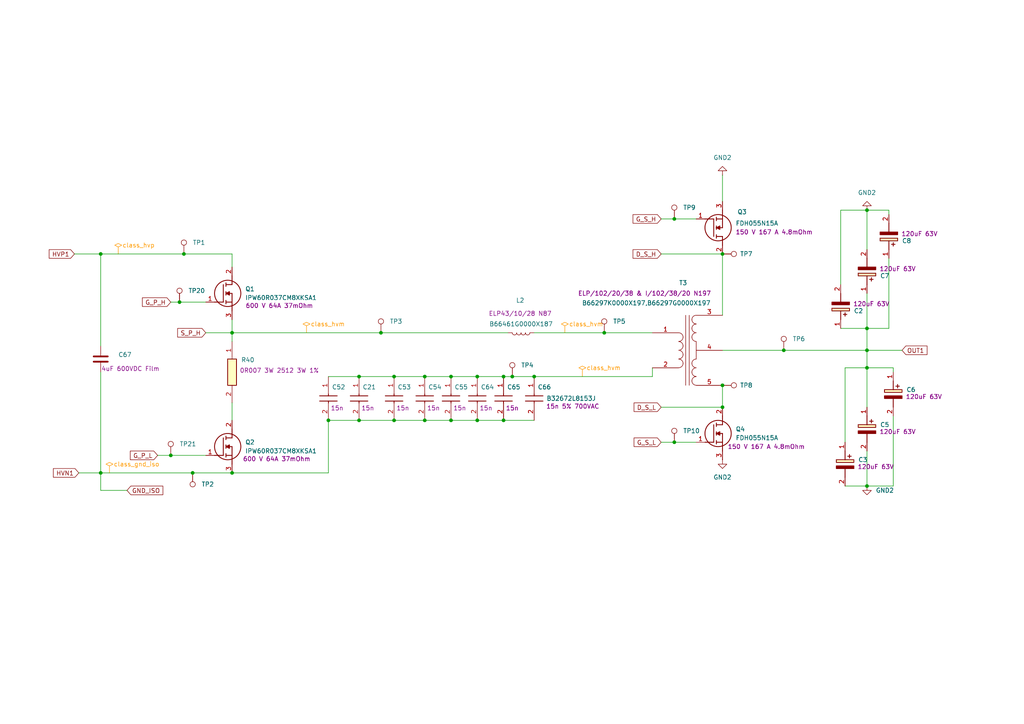
<source format=kicad_sch>
(kicad_sch (version 20250114) (generator "eeschema") (generator_version "9.0")
  (paper "A4")
  (lib_symbols
    (symbol "B32672L8153J:B32672L8153J" (pin_names (hide yes))
      (property "Reference" "C" (at 8.89 6.35 0))
      (property "Value" "B32672L8153J" (at 8.89 3.81 0))
      (symbol "B32672L8153J_1_1"
        (polyline (pts (xy 5.08 0) (xy 5.588 0)) (stroke (width 0.254)))
        (polyline (pts (xy 5.588 2.54) (xy 5.588 -2.54)) (stroke (width 0.254)))
        (polyline (pts (xy 7.112 2.54) (xy 7.112 -2.54)) (stroke (width 0.254)))
        (polyline (pts (xy 7.112 0) (xy 7.62 0)) (stroke (width 0.254)))
        (pin passive line (at 0 0 0) (length 5.08) (name "1") (number "1"))
        (pin passive line (at 12.7 0 180) (length 5.08) (name "2") (number "2"))
      )
    )
    (symbol "B40910A8127M000:B40910A8127M000" (pin_names (hide yes))
      (property "Reference" "C" (at 8.89 6.35 0))
      (property "Value" "B40910A8127M000" (at 8.89 3.81 0))
      (symbol "B40910A8127M000_1_1"
        (polyline (pts (xy 2.54 0) (xy 5.08 0)) (stroke (width 0.254)))
        (polyline (pts (xy 4.064 1.778) (xy 4.064 0.762)) (stroke (width 0.254)))
        (polyline (pts (xy 4.572 1.27) (xy 3.556 1.27)) (stroke (width 0.254)))
        (rectangle (start 5.08 2.54) (end 5.842 -2.54) (stroke (width 0.254)) (fill (type background)))
        (polyline (pts (xy 7.62 2.54) (xy 7.62 -2.54) (xy 6.858 -2.54) (xy 6.858 2.54) (xy 7.62 2.54)) (stroke (width 0.254)) (fill (type outline)))
        (polyline (pts (xy 7.62 0) (xy 10.16 0)) (stroke (width 0.254)))
        (pin passive line (at 0 0 0) (length 2.54) (name "+") (number "1"))
        (pin passive line (at 12.7 0 180) (length 2.54) (name "-") (number "2"))
      )
    )
    (symbol "Connector:TestPoint" (pin_numbers (hide yes)) (pin_names (offset 0.762) (hide yes))
      (property "Reference" "TP" (at 0 6.858 0))
      (property "Value" "TestPoint" (at 0 5.08 0))
      (symbol "TestPoint_0_1"
        (circle (center 0 3.302) (radius 0.762))
      )
      (symbol "TestPoint_1_1"
        (pin passive line (at 0 0 90) (length 2.54) (name "1") (number "1"))
      )
    )
    (symbol "Device:C" (pin_numbers (hide yes)) (pin_names (offset 0.254))
      (property "Reference" "C" (at 0.635 2.54 0))
      (property "Value" "C" (at 0.635 -2.54 0))
      (symbol "C_0_1"
        (polyline (pts (xy -2.032 0.762) (xy 2.032 0.762)) (stroke (width 0.508)))
        (polyline (pts (xy -2.032 -0.762) (xy 2.032 -0.762)) (stroke (width 0.508)))
      )
      (symbol "C_1_1"
        (pin passive line (at 0 3.81 270) (length 2.794) (name "~") (number "1"))
        (pin passive line (at 0 -3.81 90) (length 2.794) (name "~") (number "2"))
      )
    )
    (symbol "Device:L" (pin_numbers (hide yes)) (pin_names (offset 1.016) (hide yes))
      (property "Reference" "L" (at -1.27 0 90))
      (property "Value" "L" (at 1.905 0 90))
      (symbol "L_0_1"
        (arc (start 0 2.54) (mid 0.6323 1.905) (end 0 1.27))
        (arc (start 0 1.27) (mid 0.6323 0.635) (end 0 0))
        (arc (start 0 0) (mid 0.6323 -0.635) (end 0 -1.27))
        (arc (start 0 -1.27) (mid 0.6323 -1.905) (end 0 -2.54))
      )
      (symbol "L_1_1"
        (pin passive line (at 0 3.81 270) (length 1.27) (name "1") (number "1"))
        (pin passive line (at 0 -3.81 90) (length 1.27) (name "2") (number "2"))
      )
    )
    (symbol "FDH055N15A:FDH055N15A" (pin_names (hide yes))
      (property "Reference" "Q" (at 11.43 3.81 0))
      (property "Value" "FDH055N15A" (at 11.43 1.27 0))
      (symbol "FDH055N15A_1_1"
        (polyline (pts (xy 2.54 0) (xy 5.08 0)) (stroke (width 0.254)))
        (polyline (pts (xy 5.08 5.08) (xy 5.08 0)) (stroke (width 0.254)))
        (polyline (pts (xy 5.842 5.588) (xy 5.842 4.572)) (stroke (width 0.254)))
        (polyline (pts (xy 5.842 2.54) (xy 6.858 3.048) (xy 6.858 2.032) (xy 5.842 2.54)) (stroke (width 0.254)) (fill (type outline)))
        (polyline (pts (xy 5.842 2.032) (xy 5.842 3.048)) (stroke (width 0.254)))
        (polyline (pts (xy 5.842 0) (xy 7.62 0)) (stroke (width 0.254)))
        (polyline (pts (xy 5.842 -0.508) (xy 5.842 0.508)) (stroke (width 0.254)))
        (circle (center 6.35 2.54) (radius 3.81) (stroke (width 0.254)))
        (polyline (pts (xy 7.62 5.08) (xy 5.842 5.08)) (stroke (width 0.254)))
        (polyline (pts (xy 7.62 5.08) (xy 7.62 7.62)) (stroke (width 0.254)))
        (polyline (pts (xy 7.62 2.54) (xy 5.842 2.54)) (stroke (width 0.254)))
        (polyline (pts (xy 7.62 2.54) (xy 7.62 -2.54)) (stroke (width 0.254)))
        (pin passive line (at 0 0 0) (length 2.54) (name "G") (number "1"))
        (pin passive line (at 7.62 10.16 270) (length 2.54) (name "D") (number "2"))
        (pin passive line (at 7.62 -5.08 90) (length 2.54) (name "S") (number "3"))
      )
    )
    (symbol "IPW60R037CM8XKSA1:IPW60R037CM8XKSA1" (pin_names (hide yes))
      (property "Reference" "Q" (at 11.43 3.81 0))
      (property "Value" "IPW60R037CM8XKSA1" (at 11.43 1.27 0))
      (symbol "IPW60R037CM8XKSA1_1_1"
        (polyline (pts (xy 2.54 0) (xy 5.08 0)) (stroke (width 0.254)))
        (polyline (pts (xy 5.08 5.08) (xy 5.08 0)) (stroke (width 0.254)))
        (polyline (pts (xy 5.842 5.588) (xy 5.842 4.572)) (stroke (width 0.254)))
        (polyline (pts (xy 5.842 2.54) (xy 6.858 3.048) (xy 6.858 2.032) (xy 5.842 2.54)) (stroke (width 0.254)) (fill (type outline)))
        (polyline (pts (xy 5.842 2.032) (xy 5.842 3.048)) (stroke (width 0.254)))
        (polyline (pts (xy 5.842 0) (xy 7.62 0)) (stroke (width 0.254)))
        (polyline (pts (xy 5.842 -0.508) (xy 5.842 0.508)) (stroke (width 0.254)))
        (circle (center 6.35 2.54) (radius 3.81) (stroke (width 0.254)))
        (polyline (pts (xy 7.62 5.08) (xy 5.842 5.08)) (stroke (width 0.254)))
        (polyline (pts (xy 7.62 5.08) (xy 7.62 7.62)) (stroke (width 0.254)))
        (polyline (pts (xy 7.62 2.54) (xy 5.842 2.54)) (stroke (width 0.254)))
        (polyline (pts (xy 7.62 2.54) (xy 7.62 -2.54)) (stroke (width 0.254)))
        (pin passive line (at 0 0 0) (length 2.54) (name "G") (number "1"))
        (pin passive line (at 7.62 10.16 270) (length 2.54) (name "D") (number "2"))
        (pin passive line (at 7.62 -5.08 90) (length 2.54) (name "S") (number "3"))
      )
    )
    (symbol "LRMAP2512-R007FT4:LRMAP2512-R007FT4" (pin_names (hide yes))
      (property "Reference" "R" (at 13.97 6.35 0))
      (property "Value" "LRMAP2512-R007FT4" (at 13.97 3.81 0))
      (symbol "LRMAP2512-R007FT4_1_1"
        (rectangle (start 5.08 1.27) (end 12.7 -1.27) (stroke (width 0.254)) (fill (type background)))
        (pin passive line (at 0 0 0) (length 5.08) (name "1") (number "1"))
        (pin passive line (at 17.78 0 180) (length 5.08) (name "2") (number "2"))
      )
    )
    (symbol "New_Library:Transformer_LLC" (pin_names (offset 1.016) (hide yes))
      (property "Reference" "T" (at 0 12.7 0))
      (property "Value" "Transformer_LLC" (at 0 -12.7 0))
      (symbol "Transformer_LLC_0_1"
        (arc (start -1.27 3.81) (mid -1.656 2.9336) (end -2.54 2.5654))
        (arc (start -1.27 1.27) (mid -1.656 0.3936) (end -2.54 0.0254))
        (arc (start -1.27 -1.27) (mid -1.656 -2.1464) (end -2.54 -2.5146))
        (arc (start -1.27 -3.81) (mid -1.656 -4.6864) (end -2.54 -5.0546))
        (arc (start -2.54 5.08) (mid -1.642 4.708) (end -1.27 3.81))
        (arc (start -2.54 2.54) (mid -1.642 2.168) (end -1.27 1.27))
        (arc (start -2.54 0) (mid -1.642 -0.372) (end -1.27 -1.27))
        (arc (start -2.54 -2.54) (mid -1.642 -2.912) (end -1.27 -3.81))
        (polyline (pts (xy -0.508 -10.16) (xy -0.508 10.16)))
        (polyline (pts (xy 0.508 10.16) (xy 0.508 -10.16)))
        (arc (start 1.2954 8.89) (mid 1.6457 9.7917) (end 2.54 10.16))
        (arc (start 1.2954 6.35) (mid 1.6457 7.2517) (end 2.54 7.62))
        (arc (start 1.2954 3.81) (mid 1.6457 4.7117) (end 2.54 5.08))
        (arc (start 1.2954 -3.81) (mid 1.6457 -2.9083) (end 2.54 -2.54))
        (arc (start 1.2954 -6.35) (mid 1.6457 -5.4483) (end 2.54 -5.08))
        (arc (start 1.2954 -8.89) (mid 1.6457 -7.9883) (end 2.54 -7.62))
        (arc (start 2.54 7.6454) (mid 1.6599 8.0099) (end 1.2954 8.89))
        (arc (start 2.54 5.1054) (mid 1.6599 5.4699) (end 1.2954 6.35))
        (arc (start 2.54 2.5654) (mid 1.6599 2.9299) (end 1.2954 3.81))
        (polyline (pts (xy 2.54 2.54) (xy 2.54 -2.54)))
        (arc (start 2.54 -5.0546) (mid 1.6599 -4.6901) (end 1.2954 -3.81))
        (arc (start 2.54 -7.5946) (mid 1.6599 -7.2301) (end 1.2954 -6.35))
        (arc (start 2.54 -10.1346) (mid 1.6599 -9.7701) (end 1.2954 -8.89))
      )
      (symbol "Transformer_LLC_1_1"
        (pin passive line (at -10.16 5.08 0) (length 7.62) (name "AA") (number "1"))
        (pin passive line (at -10.16 -5.08 0) (length 7.62) (name "AB") (number "2"))
        (pin passive line (at 10.16 10.16 180) (length 7.62) (name "SA") (number "3"))
        (pin passive line (at 10.16 0 180) (length 7.62) (name "SC") (number "4"))
        (pin passive line (at 10.16 -10.16 180) (length 7.62) (name "SD") (number "5"))
      )
    )
    (symbol "power:GND2" (power) (pin_numbers (hide yes)) (pin_names (offset 0) (hide yes))
      (property "Value" "GND2" (at 0 -3.81 0))
      (symbol "GND2_0_1"
        (polyline (pts (xy 0 0) (xy 0 -1.27) (xy 1.27 -1.27) (xy 0 -2.54) (xy -1.27 -1.27) (xy 0 -1.27)))
      )
      (symbol "GND2_1_1"
        (pin power_in line (at 0 0 270) (length 0) (name "~") (number "1"))
      )
    )
  )
  (junction (at 209.55 73.66))
  (junction (at 251.46 106.68))
  (junction (at 227.33 101.6))
  (junction (at 52.07 87.63))
  (junction (at 29.21 137.16))
  (junction (at 146.05 121.92))
  (junction (at 110.49 96.52))
  (junction (at 209.55 118.11))
  (junction (at 251.46 140.97))
  (junction (at 148.59 109.22))
  (junction (at 138.43 121.92))
  (junction (at 29.21 73.66))
  (junction (at 138.43 109.22))
  (junction (at 49.53 132.08))
  (junction (at 154.94 109.22))
  (junction (at 195.58 128.27))
  (junction (at 123.19 121.92))
  (junction (at 130.81 121.92))
  (junction (at 114.3 121.92))
  (junction (at 251.46 101.6))
  (junction (at 146.05 109.22))
  (junction (at 53.34 73.66))
  (junction (at 104.14 109.22))
  (junction (at 251.46 95.25))
  (junction (at 175.26 96.52))
  (junction (at 95.25 121.92))
  (junction (at 130.81 109.22))
  (junction (at 251.46 60.96))
  (junction (at 104.14 121.92))
  (junction (at 55.88 137.16))
  (junction (at 67.31 96.52))
  (junction (at 114.3 109.22))
  (junction (at 67.31 137.16))
  (junction (at 195.58 63.5))
  (junction (at 209.55 111.76))
  (junction (at 123.19 109.22))
  (wire (pts (xy 191.77 63.5) (xy 195.58 63.5)))
  (wire (pts (xy 29.21 73.66) (xy 29.21 100.33)))
  (wire (pts (xy 209.55 50.8) (xy 209.55 58.42)))
  (wire (pts (xy 251.46 140.97) (xy 245.11 140.97)))
  (wire (pts (xy 191.77 73.66) (xy 209.55 73.66)))
  (wire (pts (xy 130.81 109.22) (xy 138.43 109.22)))
  (wire (pts (xy 195.58 128.27) (xy 201.93 128.27)))
  (wire (pts (xy 67.31 73.66) (xy 53.34 73.66)))
  (wire (pts (xy 67.31 96.52) (xy 110.49 96.52)))
  (wire (pts (xy 104.14 121.92) (xy 114.3 121.92)))
  (wire (pts (xy 148.59 109.22) (xy 154.94 109.22)))
  (wire (pts (xy 245.11 106.68) (xy 245.11 128.27)))
  (wire (pts (xy 95.25 137.16) (xy 67.31 137.16)))
  (wire (pts (xy 114.3 109.22) (xy 123.19 109.22)))
  (wire (pts (xy 59.69 96.52) (xy 67.31 96.52)))
  (wire (pts (xy 257.81 95.25) (xy 251.46 95.25)))
  (wire (pts (xy 104.14 109.22) (xy 114.3 109.22)))
  (wire (pts (xy 52.07 87.63) (xy 59.69 87.63)))
  (wire (pts (xy 251.46 101.6) (xy 261.62 101.6)))
  (wire (pts (xy 251.46 85.09) (xy 251.46 95.25)))
  (wire (pts (xy 45.72 132.08) (xy 49.53 132.08)))
  (wire (pts (xy 154.94 96.52) (xy 175.26 96.52)))
  (wire (pts (xy 191.77 128.27) (xy 195.58 128.27)))
  (wire (pts (xy 259.08 106.68) (xy 259.08 107.95)))
  (wire (pts (xy 123.19 121.92) (xy 130.81 121.92)))
  (wire (pts (xy 114.3 121.92) (xy 123.19 121.92)))
  (wire (pts (xy 175.26 96.52) (xy 189.23 96.52)))
  (wire (pts (xy 257.81 74.93) (xy 257.81 95.25)))
  (wire (pts (xy 95.25 109.22) (xy 104.14 109.22)))
  (wire (pts (xy 29.21 107.95) (xy 29.21 137.16)))
  (wire (pts (xy 251.46 130.81) (xy 251.46 140.97)))
  (wire (pts (xy 195.58 63.5) (xy 201.93 63.5)))
  (wire (pts (xy 29.21 142.24) (xy 36.83 142.24)))
  (wire (pts (xy 227.33 101.6) (xy 251.46 101.6)))
  (wire (pts (xy 154.94 109.22) (xy 189.23 109.22)))
  (wire (pts (xy 251.46 101.6) (xy 251.46 106.68)))
  (wire (pts (xy 251.46 95.25) (xy 251.46 101.6)))
  (wire (pts (xy 67.31 73.66) (xy 67.31 77.47)))
  (wire (pts (xy 67.31 92.71) (xy 67.31 96.52)))
  (wire (pts (xy 29.21 137.16) (xy 55.88 137.16)))
  (wire (pts (xy 259.08 140.97) (xy 251.46 140.97)))
  (wire (pts (xy 22.86 137.16) (xy 29.21 137.16)))
  (wire (pts (xy 189.23 109.22) (xy 189.23 106.68)))
  (wire (pts (xy 138.43 121.92) (xy 146.05 121.92)))
  (wire (pts (xy 49.53 87.63) (xy 52.07 87.63)))
  (wire (pts (xy 191.77 118.11) (xy 209.55 118.11)))
  (wire (pts (xy 29.21 73.66) (xy 53.34 73.66)))
  (wire (pts (xy 146.05 121.92) (xy 154.94 121.92)))
  (wire (pts (xy 257.81 60.96) (xy 251.46 60.96)))
  (wire (pts (xy 67.31 116.84) (xy 67.31 121.92)))
  (wire (pts (xy 251.46 60.96) (xy 243.84 60.96)))
  (wire (pts (xy 243.84 60.96) (xy 243.84 82.55)))
  (wire (pts (xy 251.46 106.68) (xy 251.46 118.11)))
  (wire (pts (xy 251.46 95.25) (xy 243.84 95.25)))
  (wire (pts (xy 49.53 132.08) (xy 59.69 132.08)))
  (wire (pts (xy 29.21 137.16) (xy 29.21 142.24)))
  (wire (pts (xy 257.81 60.96) (xy 257.81 62.23)))
  (wire (pts (xy 21.59 73.66) (xy 29.21 73.66)))
  (wire (pts (xy 95.25 121.92) (xy 95.25 137.16)))
  (wire (pts (xy 110.49 96.52) (xy 147.32 96.52)))
  (wire (pts (xy 209.55 73.66) (xy 209.55 91.44)))
  (wire (pts (xy 259.08 120.65) (xy 259.08 140.97)))
  (wire (pts (xy 251.46 106.68) (xy 245.11 106.68)))
  (wire (pts (xy 55.88 137.16) (xy 67.31 137.16)))
  (wire (pts (xy 251.46 60.96) (xy 251.46 72.39)))
  (wire (pts (xy 209.55 101.6) (xy 227.33 101.6)))
  (wire (pts (xy 95.25 121.92) (xy 104.14 121.92)))
  (wire (pts (xy 146.05 109.22) (xy 148.59 109.22)))
  (wire (pts (xy 209.55 111.76) (xy 209.55 118.11)))
  (wire (pts (xy 123.19 109.22) (xy 130.81 109.22)))
  (wire (pts (xy 259.08 106.68) (xy 251.46 106.68)))
  (wire (pts (xy 67.31 96.52) (xy 67.31 99.06)))
  (wire (pts (xy 130.81 121.92) (xy 138.43 121.92)))
  (wire (pts (xy 138.43 109.22) (xy 146.05 109.22)))
  (global_label "D_S_L" (shape input) (at 191.77 118.11 180) (property "Intersheetrefs" "${INTERSHEET_REFS}" (effects (hide yes))))
  (global_label "G_S_H" (shape input) (at 191.77 63.5 180) (property "Intersheetrefs" "${INTERSHEET_REFS}" (effects (hide yes))))
  (global_label "G_P_H" (shape input) (at 49.53 87.63 180) (property "Intersheetrefs" "${INTERSHEET_REFS}" (effects (hide yes))))
  (global_label "G_P_L" (shape input) (at 45.72 132.08 180) (property "Intersheetrefs" "${INTERSHEET_REFS}" (effects (hide yes))))
  (global_label "HVN1" (shape input) (at 22.86 137.16 180) (property "Intersheetrefs" "${INTERSHEET_REFS}" (effects (hide yes))))
  (global_label "D_S_H" (shape input) (at 191.77 73.66 180) (property "Intersheetrefs" "${INTERSHEET_REFS}" (effects (hide yes))))
  (global_label "G_S_L" (shape input) (at 191.77 128.27 180) (property "Intersheetrefs" "${INTERSHEET_REFS}" (effects (hide yes))))
  (global_label "GND_ISO" (shape input) (at 36.83 142.24 0) (property "Intersheetrefs" "${INTERSHEET_REFS}" (effects (hide yes))))
  (global_label "OUT1" (shape input) (at 261.62 101.6 0) (property "Intersheetrefs" "${INTERSHEET_REFS}" (effects (hide yes))))
  (global_label "HVP1" (shape input) (at 21.59 73.66 180) (property "Intersheetrefs" "${INTERSHEET_REFS}" (effects (hide yes))))
  (global_label "S_P_H" (shape input) (at 59.69 96.52 180) (property "Intersheetrefs" "${INTERSHEET_REFS}" (effects (hide yes))))
  (netclass_flag "" (length 2.54) (shape diamond) (at 34.29 73.66 0) (property "Netclass" "class_hvp" (at 35.4965 71.12 0) (effects (justify left))))
  (netclass_flag "" (length 2.54) (shape diamond) (at 31.75 137.16 0) (property "Netclass" "class_gnd_iso" (at 32.9565 134.62 0) (effects (justify left))))
  (netclass_flag "" (length 2.54) (shape diamond) (at 163.83 96.52 0) (property "Netclass" "class_hvm" (at 165.0365 93.98 0) (effects (justify left))))
  (netclass_flag "" (length 2.54) (shape diamond) (at 88.9 96.52 0) (property "Netclass" "class_hvm" (at 90.1065 93.98 0) (effects (justify left))))
  (netclass_flag "" (length 2.54) (shape diamond) (at 168.91 109.22 0) (property "Netclass" "class_hvm" (at 170.1165 106.68 0) (effects (justify left))))
  (symbol (lib_id "B40910A8127M000:B40910A8127M000") (at 243.84 95.25 270) (mirror x) (unit 1)
    (property "Reference" "C2" (at 247.65 90.1701 90) (effects (justify left)))
    (property "Value" "B40910A8127M000" (effects (hide yes)))
    (property "Footprint" "B40910A8127M000:B40910A8127M000" (effects (hide yes)))
    (property "Datasheet" "https://product.tdk.com/system/files/dam/doc/product/capacitor/aluminum-electrolytic/hybrid-polymer/data_sheet/20/30/db/aec/b40910.pdf" (effects (hide yes)))
    (property "Description" "120uF 63V" (at 252.73 88.138 90))
    (property "Height" "12.8" (effects (hide yes)))
    (property "Mouser Part Number" "871-B40910A8127M000" (effects (hide yes)))
    (property "Manufacturer_Name" "TDK" (effects (hide yes)))
    (property "Manufacturer_Part_Number" "B40910A8127M000" (effects (hide yes)))
    (property "FirstOrderDone" "yes" (effects (hide yes)))
  )
  (symbol (lib_id "B32672L8153J:B32672L8153J") (at 123.19 109.22 270) (unit 1)
    (property "Reference" "C54" (at 124.206 112.268 90) (effects (justify left)))
    (property "Value" "B32672L8153J" (effects (hide yes)))
    (property "Footprint" "B32672L8153J000:CAPRR1500W80L1800T850H1450" (effects (hide yes)))
    (property "Datasheet" "https://product.tdk.com/system/files/dam/doc/product/capacitor/film/mkp_mfp/data_sheet/20/20/db/fc_2009/mkp_b32671l_672l.pdf" (effects (hide yes)))
    (property "Description" "15n 5% 700VAC" (effects (hide yes)))
    (property "Height" "14.5" (effects (hide yes)))
    (property "Mouser Part Number" "871-B32672L8153J" (effects (hide yes)))
    (property "Mouser Price/Stock" "https://www.mouser.co.uk/ProductDetail/EPCOS-TDK/B32672L8153J?qs=CsdphVCLJRjPN7YH24ATpg%3D%3D" (effects (hide yes)))
    (property "Manufacturer_Name" "TDK" (effects (hide yes)))
    (property "Manufacturer_Part_Number" "B32672L8153J" (effects (hide yes)))
    (property "FirstOrderDone" "yes" (effects (hide yes)))
    (property "Field11" "15n" (at 125.73 118.364 90))
  )
  (symbol (lib_id "power:GND2") (at 209.55 133.35 0) (unit 1)
    (property "Reference" "#PWR010" (effects (hide yes)))
    (property "Value" "GND2" (at 209.55 138.43 0))
    (property "Description" "Power symbol creates a global label with name \"GND2\" , ground" (effects (hide yes)))
  )
  (symbol (lib_id "B40910A8127M000:B40910A8127M000") (at 259.08 107.95 270) (unit 1)
    (property "Reference" "C6" (at 262.89 113.0299 90) (effects (justify left)))
    (property "Value" "B40910A8127M000" (effects (hide yes)))
    (property "Footprint" "B40910A8127M000:B40910A8127M000" (effects (hide yes)))
    (property "Datasheet" "https://product.tdk.com/system/files/dam/doc/product/capacitor/aluminum-electrolytic/hybrid-polymer/data_sheet/20/30/db/aec/b40910.pdf" (effects (hide yes)))
    (property "Description" "120uF 63V" (at 267.97 115.062 90))
    (property "Height" "12.8" (effects (hide yes)))
    (property "Mouser Part Number" "871-B40910A8127M000" (effects (hide yes)))
    (property "Manufacturer_Name" "TDK" (effects (hide yes)))
    (property "Manufacturer_Part_Number" "B40910A8127M000" (effects (hide yes)))
    (property "FirstOrderDone" "yes" (effects (hide yes)))
  )
  (symbol (lib_id "Connector:TestPoint") (at 195.58 128.27 0) (unit 1)
    (property "Reference" "TP10" (at 198.12 124.9679 0) (effects (justify left)))
    (property "Value" "TestPoint" (effects (hide yes)))
    (property "Footprint" "TestPoint:TestPoint_Pad_D1.0mm" (effects (hide yes)))
    (property "Description" "test point" (effects (hide yes)))
  )
  (symbol (lib_id "Connector:TestPoint") (at 209.55 111.76 270) (unit 1)
    (property "Reference" "TP8" (at 214.63 111.7599 90) (effects (justify left)))
    (property "Value" "TestPoint" (effects (hide yes)))
    (property "Footprint" "TestPoint:TestPoint_Pad_D1.0mm" (effects (hide yes)))
    (property "Description" "test point" (effects (hide yes)))
  )
  (symbol (lib_id "Connector:TestPoint") (at 227.33 101.6 0) (unit 1)
    (property "Reference" "TP6" (at 229.87 98.2979 0) (effects (justify left)))
    (property "Value" "TestPoint" (effects (hide yes)))
    (property "Footprint" "TestPoint:TestPoint_Pad_D1.0mm" (effects (hide yes)))
    (property "Description" "test point" (effects (hide yes)))
  )
  (symbol (lib_id "Connector:TestPoint") (at 49.53 132.08 0) (unit 1)
    (property "Reference" "TP21" (at 52.07 128.7779 0) (effects (justify left)))
    (property "Value" "TestPoint" (effects (hide yes)))
    (property "Footprint" "TestPoint:TestPoint_Pad_D1.0mm" (effects (hide yes)))
    (property "Description" "test point" (effects (hide yes)))
  )
  (symbol (lib_id "Connector:TestPoint") (at 148.59 109.22 0) (unit 1)
    (property "Reference" "TP4" (at 151.13 105.9179 0) (effects (justify left)))
    (property "Value" "TestPoint" (effects (hide yes)))
    (property "Footprint" "TestPoint:TestPoint_Pad_D1.0mm" (effects (hide yes)))
    (property "Description" "test point" (effects (hide yes)))
  )
  (symbol (lib_id "B32672L8153J:B32672L8153J") (at 154.94 109.22 270) (unit 1)
    (property "Reference" "C66" (at 155.956 112.268 90) (effects (justify left)))
    (property "Value" "B32672L8153J" (at 158.496 115.57 90) (effects (justify left)))
    (property "Footprint" "B32672L8153J000:CAPRR1500W80L1800T850H1450" (effects (hide yes)))
    (property "Datasheet" "https://product.tdk.com/system/files/dam/doc/product/capacitor/film/mkp_mfp/data_sheet/20/20/db/fc_2009/mkp_b32671l_672l.pdf" (effects (hide yes)))
    (property "Description" "15n 5% 700VAC" (at 166.116 117.856 90))
    (property "Height" "14.5" (effects (hide yes)))
    (property "Mouser Part Number" "871-B32672L8153J" (effects (hide yes)))
    (property "Mouser Price/Stock" "https://www.mouser.co.uk/ProductDetail/EPCOS-TDK/B32672L8153J?qs=CsdphVCLJRjPN7YH24ATpg%3D%3D" (effects (hide yes)))
    (property "Manufacturer_Name" "TDK" (effects (hide yes)))
    (property "Manufacturer_Part_Number" "B32672L8153J" (effects (hide yes)))
    (property "FirstOrderDone" "yes" (effects (hide yes)))
    (property "Field11" "15n" (effects (hide yes)))
  )
  (symbol (lib_id "LRMAP2512-R007FT4:LRMAP2512-R007FT4") (at 67.31 99.06 270) (unit 1)
    (property "Reference" "R40" (at 71.882 104.394 90))
    (property "Value" "LRMAP2512-R007FT4" (effects (hide yes)))
    (property "Footprint" "LRMAP2512-R007FT4:RESC6432X90N" (effects (hide yes)))
    (property "Datasheet" "https://ms.componentsearchengine.com/Datasheets/1/LRMAP2512-R007FT4.pdf" (effects (hide yes)))
    (property "Description" "0R007 3W 2512 3W 1%" (at 81.026 107.442 90))
    (property "Height" "0.9" (effects (hide yes)))
    (property "Mouser Part Number" "756-LRMAP2512R007FT4" (effects (hide yes)))
    (property "Mouser Price/Stock" "https://www.mouser.co.uk/ProductDetail/Welwyn-Components-TT-Electronics/LRMAP2512-R007FT4?qs=GbEj%2Fc2lfndAsEUYgCINUQ%3D%3D" (effects (hide yes)))
    (property "Manufacturer_Name" "TT Electronics" (effects (hide yes)))
    (property "Manufacturer_Part_Number" "LRMAP2512-R007FT4" (effects (hide yes)))
  )
  (symbol (lib_id "B32672L8153J:B32672L8153J") (at 130.81 109.22 270) (unit 1)
    (property "Reference" "C55" (at 131.826 112.268 90) (effects (justify left)))
    (property "Value" "B32672L8153J" (effects (hide yes)))
    (property "Footprint" "B32672L8153J000:CAPRR1500W80L1800T850H1450" (effects (hide yes)))
    (property "Datasheet" "https://product.tdk.com/system/files/dam/doc/product/capacitor/film/mkp_mfp/data_sheet/20/20/db/fc_2009/mkp_b32671l_672l.pdf" (effects (hide yes)))
    (property "Description" "15n 5% 700VAC" (effects (hide yes)))
    (property "Height" "14.5" (effects (hide yes)))
    (property "Mouser Part Number" "871-B32672L8153J" (effects (hide yes)))
    (property "Mouser Price/Stock" "https://www.mouser.co.uk/ProductDetail/EPCOS-TDK/B32672L8153J?qs=CsdphVCLJRjPN7YH24ATpg%3D%3D" (effects (hide yes)))
    (property "Manufacturer_Name" "TDK" (effects (hide yes)))
    (property "Manufacturer_Part_Number" "B32672L8153J" (effects (hide yes)))
    (property "FirstOrderDone" "yes" (effects (hide yes)))
    (property "Field11" "15n" (at 133.35 118.364 90))
  )
  (symbol (lib_id "B32672L8153J:B32672L8153J") (at 114.3 109.22 270) (unit 1)
    (property "Reference" "C53" (at 115.316 112.268 90) (effects (justify left)))
    (property "Value" "B32672L8153J" (effects (hide yes)))
    (property "Footprint" "B32672L8153J000:CAPRR1500W80L1800T850H1450" (effects (hide yes)))
    (property "Datasheet" "https://product.tdk.com/system/files/dam/doc/product/capacitor/film/mkp_mfp/data_sheet/20/20/db/fc_2009/mkp_b32671l_672l.pdf" (effects (hide yes)))
    (property "Description" "15n 5% 700VAC" (effects (hide yes)))
    (property "Height" "14.5" (effects (hide yes)))
    (property "Mouser Part Number" "871-B32672L8153J" (effects (hide yes)))
    (property "Mouser Price/Stock" "https://www.mouser.co.uk/ProductDetail/EPCOS-TDK/B32672L8153J?qs=CsdphVCLJRjPN7YH24ATpg%3D%3D" (effects (hide yes)))
    (property "Manufacturer_Name" "TDK" (effects (hide yes)))
    (property "Manufacturer_Part_Number" "B32672L8153J" (effects (hide yes)))
    (property "FirstOrderDone" "yes" (effects (hide yes)))
    (property "Field11" "15n" (at 116.84 118.364 90))
  )
  (symbol (lib_id "B32672L8153J:B32672L8153J") (at 146.05 109.22 270) (unit 1)
    (property "Reference" "C65" (at 147.066 112.268 90) (effects (justify left)))
    (property "Value" "B32672L8153J" (effects (hide yes)))
    (property "Footprint" "B32672L8153J000:CAPRR1500W80L1800T850H1450" (effects (hide yes)))
    (property "Datasheet" "https://product.tdk.com/system/files/dam/doc/product/capacitor/film/mkp_mfp/data_sheet/20/20/db/fc_2009/mkp_b32671l_672l.pdf" (effects (hide yes)))
    (property "Description" "15n 5% 700VAC" (effects (hide yes)))
    (property "Height" "14.5" (effects (hide yes)))
    (property "Mouser Part Number" "871-B32672L8153J" (effects (hide yes)))
    (property "Mouser Price/Stock" "https://www.mouser.co.uk/ProductDetail/EPCOS-TDK/B32672L8153J?qs=CsdphVCLJRjPN7YH24ATpg%3D%3D" (effects (hide yes)))
    (property "Manufacturer_Name" "TDK" (effects (hide yes)))
    (property "Manufacturer_Part_Number" "B32672L8153J" (effects (hide yes)))
    (property "FirstOrderDone" "yes" (effects (hide yes)))
    (property "Field11" "15n" (at 148.59 118.364 90))
  )
  (symbol (lib_id "New_Library:Transformer_LLC") (at 199.39 101.6 0) (unit 1)
    (property "Reference" "T3" (at 198.12 82.042 0))
    (property "Value" "B66297K0000X197,B66297G0000X197" (at 187.452 87.884 0))
    (property "Footprint" "New_Linrary:ELP_102_20_38_V6" (effects (hide yes)))
    (property "Datasheet" "https://www.tdk-electronics.tdk.com/inf/80/db/fer/elp_64_10_50.pdf" (effects (hide yes)))
    (property "Description" "ELP/102/20/38 & I/102/38/20 N197" (at 186.944 85.09 0))
    (property "Mouser Part Number" "871-B66297KX197,871-B66297GX197" (effects (hide yes)))
    (property "Manufacturer_Name  " "EPCOS / TDK" (effects (hide yes)))
    (property "Manufacturer_Part_Number " "B66297K0000X197,B66297G0000X197" (effects (hide yes)))
    (property "FirstOrderDone" "yes" (effects (hide yes)))
  )
  (symbol (lib_id "power:GND2") (at 251.46 60.96 180) (unit 1)
    (property "Reference" "#PWR049" (effects (hide yes)))
    (property "Value" "GND2" (at 251.46 55.88 0))
    (property "Description" "Power symbol creates a global label with name \"GND2\" , ground" (effects (hide yes)))
  )
  (symbol (lib_id "B32672L8153J:B32672L8153J") (at 95.25 109.22 270) (unit 1)
    (property "Reference" "C52" (at 96.266 112.268 90) (effects (justify left)))
    (property "Value" "B32672L8153J" (effects (hide yes)))
    (property "Footprint" "B32672L8153J000:CAPRR1500W80L1800T850H1450" (effects (hide yes)))
    (property "Datasheet" "https://product.tdk.com/system/files/dam/doc/product/capacitor/film/mkp_mfp/data_sheet/20/20/db/fc_2009/mkp_b32671l_672l.pdf" (effects (hide yes)))
    (property "Description" "15n 5% 700VAC" (effects (hide yes)))
    (property "Height" "14.5" (effects (hide yes)))
    (property "Mouser Part Number" "871-B32672L8153J" (effects (hide yes)))
    (property "Mouser Price/Stock" "https://www.mouser.co.uk/ProductDetail/EPCOS-TDK/B32672L8153J?qs=CsdphVCLJRjPN7YH24ATpg%3D%3D" (effects (hide yes)))
    (property "Manufacturer_Name" "TDK" (effects (hide yes)))
    (property "Manufacturer_Part_Number" "B32672L8153J" (effects (hide yes)))
    (property "FirstOrderDone" "yes" (effects (hide yes)))
    (property "Field11" "15n" (at 97.79 118.364 90))
  )
  (symbol (lib_id "B32672L8153J:B32672L8153J") (at 104.14 109.22 270) (unit 1)
    (property "Reference" "C21" (at 105.156 112.268 90) (effects (justify left)))
    (property "Value" "B32672L8153J" (effects (hide yes)))
    (property "Footprint" "B32672L8153J000:CAPRR1500W80L1800T850H1450" (effects (hide yes)))
    (property "Datasheet" "https://product.tdk.com/system/files/dam/doc/product/capacitor/film/mkp_mfp/data_sheet/20/20/db/fc_2009/mkp_b32671l_672l.pdf" (effects (hide yes)))
    (property "Description" "15n 5% 700VAC" (effects (hide yes)))
    (property "Height" "14.5" (effects (hide yes)))
    (property "Mouser Part Number" "871-B32672L8153J" (effects (hide yes)))
    (property "Mouser Price/Stock" "https://www.mouser.co.uk/ProductDetail/EPCOS-TDK/B32672L8153J?qs=CsdphVCLJRjPN7YH24ATpg%3D%3D" (effects (hide yes)))
    (property "Manufacturer_Name" "TDK" (effects (hide yes)))
    (property "Manufacturer_Part_Number" "B32672L8153J" (effects (hide yes)))
    (property "FirstOrderDone" "yes" (effects (hide yes)))
    (property "Field11" "15n" (at 106.68 118.364 90))
  )
  (symbol (lib_id "B32672L8153J:B32672L8153J") (at 138.43 109.22 270) (unit 1)
    (property "Reference" "C64" (at 139.446 112.268 90) (effects (justify left)))
    (property "Value" "B32672L8153J" (effects (hide yes)))
    (property "Footprint" "B32672L8153J000:CAPRR1500W80L1800T850H1450" (effects (hide yes)))
    (property "Datasheet" "https://product.tdk.com/system/files/dam/doc/product/capacitor/film/mkp_mfp/data_sheet/20/20/db/fc_2009/mkp_b32671l_672l.pdf" (effects (hide yes)))
    (property "Description" "15n 5% 700VAC" (effects (hide yes)))
    (property "Height" "14.5" (effects (hide yes)))
    (property "Mouser Part Number" "871-B32672L8153J" (effects (hide yes)))
    (property "Mouser Price/Stock" "https://www.mouser.co.uk/ProductDetail/EPCOS-TDK/B32672L8153J?qs=CsdphVCLJRjPN7YH24ATpg%3D%3D" (effects (hide yes)))
    (property "Manufacturer_Name" "TDK" (effects (hide yes)))
    (property "Manufacturer_Part_Number" "B32672L8153J" (effects (hide yes)))
    (property "FirstOrderDone" "yes" (effects (hide yes)))
    (property "Field11" "15n" (at 140.97 118.364 90))
  )
  (symbol (lib_id "B40910A8127M000:B40910A8127M000") (at 257.81 74.93 270) (mirror x) (unit 1)
    (property "Reference" "C8" (at 261.62 69.8501 90) (effects (justify left)))
    (property "Value" "B40910A8127M000" (effects (hide yes)))
    (property "Footprint" "B40910A8127M000:B40910A8127M000" (effects (hide yes)))
    (property "Datasheet" "https://product.tdk.com/system/files/dam/doc/product/capacitor/aluminum-electrolytic/hybrid-polymer/data_sheet/20/30/db/aec/b40910.pdf" (effects (hide yes)))
    (property "Description" "120uF 63V" (at 266.7 67.818 90))
    (property "Height" "12.8" (effects (hide yes)))
    (property "Mouser Part Number" "871-B40910A8127M000" (effects (hide yes)))
    (property "Manufacturer_Name" "TDK" (effects (hide yes)))
    (property "Manufacturer_Part_Number" "B40910A8127M000" (effects (hide yes)))
    (property "FirstOrderDone" "yes" (effects (hide yes)))
  )
  (symbol (lib_id "FDH055N15A:FDH055N15A") (at 201.93 63.5 0) (mirror x) (unit 1)
    (property "Reference" "Q3" (at 213.868 61.468 0) (effects (justify left)))
    (property "Value" "FDH055N15A" (at 213.36 64.7701 0) (effects (justify left)))
    (property "Footprint" "Package_TO_SOT_THT:TO-247-3_Horizontal_TabDown" (effects (hide yes)))
    (property "Datasheet" "https://www.onsemi.com/pub/Collateral/FDH055N15A-D.PDF" (effects (hide yes)))
    (property "Description" "150 V 167 A 4.8mOhm" (at 224.536 67.31 0))
    (property "Height" "4.82" (effects (hide yes)))
    (property "Mouser Part Number" "512-FDH055N15A" (effects (hide yes)))
    (property "Mouser Price/Stock" "https://www.mouser.co.uk/ProductDetail/onsemi-Fairchild/FDH055N15A?qs=r2Ui%2FjbkGg%2FwTUHq7txgCw%3D%3D" (effects (hide yes)))
    (property "Manufacturer_Name" "onsemi" (effects (hide yes)))
    (property "Manufacturer_Part_Number" "FDH055N15A" (effects (hide yes)))
    (property "FirstOrderDone" "yes" (effects (hide yes)))
  )
  (symbol (lib_id "Connector:TestPoint") (at 209.55 73.66 270) (unit 1)
    (property "Reference" "TP7" (at 214.63 73.6599 90) (effects (justify left)))
    (property "Value" "TestPoint" (effects (hide yes)))
    (property "Footprint" "TestPoint:TestPoint_Pad_D1.0mm" (effects (hide yes)))
    (property "Description" "test point" (effects (hide yes)))
  )
  (symbol (lib_id "Device:C") (at 29.21 104.14 0) (unit 1)
    (property "Reference" "C67" (at 34.29 102.8699 0) (effects (justify left)))
    (property "Value" "EFDKS60K405D032LH" (effects (hide yes)))
    (property "Footprint" "Capacitor_THT:C_Rect_L33.0mm_W13.0mm_P27.50mm_MKS4" (effects (hide yes)))
    (property "Datasheet" "https://www.eaton.com/content/dam/eaton/products/electronic-components/resources/data-sheet/eaton-efdks-film-capacitor-dc-link-data-sheet-elx1260-en.pdf" (effects (hide yes)))
    (property "Description" "4uF 600VDC Film" (at 37.846 106.934 0))
    (property "Manufacturer_Part_Number" "EFDKS60K405D032LH" (effects (hide yes)))
    (property "Manufacturer_Name " "Eaton Electronics" (effects (hide yes)))
    (property "Mouser Part Number" "504-EFDKS60K405D032L" (effects (hide yes)))
  )
  (symbol (lib_id "Connector:TestPoint") (at 52.07 87.63 0) (unit 1)
    (property "Reference" "TP20" (at 54.61 84.3279 0) (effects (justify left)))
    (property "Value" "TestPoint" (effects (hide yes)))
    (property "Footprint" "TestPoint:TestPoint_Pad_D1.0mm" (effects (hide yes)))
    (property "Description" "test point" (effects (hide yes)))
  )
  (symbol (lib_id "Connector:TestPoint") (at 53.34 73.66 0) (unit 1)
    (property "Reference" "TP1" (at 55.88 70.3579 0) (effects (justify left)))
    (property "Value" "TestPoint" (effects (hide yes)))
    (property "Footprint" "TestPoint:TestPoint_Pad_D1.0mm" (effects (hide yes)))
    (property "Description" "test point" (effects (hide yes)))
  )
  (symbol (lib_id "Connector:TestPoint") (at 55.88 137.16 180) (unit 1)
    (property "Reference" "TP2" (at 58.42 140.4619 0) (effects (justify right)))
    (property "Value" "TestPoint" (effects (hide yes)))
    (property "Footprint" "TestPoint:TestPoint_Pad_D1.0mm" (effects (hide yes)))
    (property "Description" "test point" (effects (hide yes)))
  )
  (symbol (lib_id "IPW60R037CM8XKSA1:IPW60R037CM8XKSA1") (at 59.69 87.63 0) (unit 1)
    (property "Reference" "Q1" (at 71.12 83.8199 0) (effects (justify left)))
    (property "Value" "IPW60R037CM8XKSA1" (at 71.12 86.3599 0) (effects (justify left)))
    (property "Footprint" "Package_TO_SOT_THT:TO-247-3_Horizontal_TabDown" (effects (hide yes)))
    (property "Datasheet" "https://www.mouser.fr/datasheet/3/70/1/Infineon-IPW60R037CM8-DataSheet-v02_01-EN.pdf" (effects (hide yes)))
    (property "Description" "600 V 64A 37mOhm" (at 81.026 88.646 0))
    (property "Height" "5.21" (effects (hide yes)))
    (property "Mouser Part Number" "726-IPW60R037CM8XKSA" (effects (hide yes)))
    (property "Mouser Price/Stock" "https://www.mouser.co.uk/ProductDetail/Infineon-Technologies/IPW60R037CM8XKSA1?qs=2wMNvWM5ZX6iR5SSpR9OjA%3D%3D" (effects (hide yes)))
    (property "Manufacturer_Name" "Infineon" (effects (hide yes)))
    (property "Manufacturer_Part_Number" "IPW60R037CM8XKSA1" (effects (hide yes)))
    (property "FirstOrderDone" "yes" (effects (hide yes)))
  )
  (symbol (lib_id "FDH055N15A:FDH055N15A") (at 201.93 128.27 0) (unit 1)
    (property "Reference" "Q4" (at 213.36 124.4599 0) (effects (justify left)))
    (property "Value" "FDH055N15A" (at 213.36 126.9999 0) (effects (justify left)))
    (property "Footprint" "Package_TO_SOT_THT:TO-247-3_Horizontal_TabDown" (effects (hide yes)))
    (property "Datasheet" "https://www.onsemi.com/pub/Collateral/FDH055N15A-D.PDF" (effects (hide yes)))
    (property "Description" "150 V 167 A 4.8mOhm" (at 222.25 129.54 0))
    (property "Height" "4.82" (effects (hide yes)))
    (property "Mouser Part Number" "512-FDH055N15A" (effects (hide yes)))
    (property "Mouser Price/Stock" "https://www.mouser.co.uk/ProductDetail/onsemi-Fairchild/FDH055N15A?qs=r2Ui%2FjbkGg%2FwTUHq7txgCw%3D%3D" (effects (hide yes)))
    (property "Manufacturer_Name" "onsemi" (effects (hide yes)))
    (property "Manufacturer_Part_Number" "FDH055N15A" (effects (hide yes)))
    (property "FirstOrderDone" "yes" (effects (hide yes)))
  )
  (symbol (lib_id "Connector:TestPoint") (at 175.26 96.52 0) (unit 1)
    (property "Reference" "TP5" (at 177.8 93.2179 0) (effects (justify left)))
    (property "Value" "TestPoint" (effects (hide yes)))
    (property "Footprint" "TestPoint:TestPoint_Pad_D1.0mm" (effects (hide yes)))
    (property "Description" "test point" (effects (hide yes)))
  )
  (symbol (lib_id "power:GND2") (at 209.55 50.8 0) (mirror x) (unit 1)
    (property "Reference" "#PWR09" (effects (hide yes)))
    (property "Value" "GND2" (at 209.55 45.72 0))
    (property "Description" "Power symbol creates a global label with name \"GND2\" , ground" (effects (hide yes)))
  )
  (symbol (lib_id "Connector:TestPoint") (at 110.49 96.52 0) (unit 1)
    (property "Reference" "TP3" (at 113.03 93.2179 0) (effects (justify left)))
    (property "Value" "TestPoint" (effects (hide yes)))
    (property "Footprint" "TestPoint:TestPoint_Pad_D1.0mm" (effects (hide yes)))
    (property "Description" "test point" (effects (hide yes)))
  )
  (symbol (lib_id "power:GND2") (at 251.46 140.97 0) (unit 1)
    (property "Reference" "#PWR07" (effects (hide yes)))
    (property "Value" "GND2" (at 254 142.2399 0) (effects (justify left)))
    (property "Description" "Power symbol creates a global label with name \"GND2\" , ground" (effects (hide yes)))
  )
  (symbol (lib_id "B40910A8127M000:B40910A8127M000") (at 251.46 118.11 270) (unit 1)
    (property "Reference" "C5" (at 255.27 123.1899 90) (effects (justify left)))
    (property "Value" "B40910A8127M000" (effects (hide yes)))
    (property "Footprint" "B40910A8127M000:B40910A8127M000" (effects (hide yes)))
    (property "Datasheet" "https://product.tdk.com/system/files/dam/doc/product/capacitor/aluminum-electrolytic/hybrid-polymer/data_sheet/20/30/db/aec/b40910.pdf" (effects (hide yes)))
    (property "Description" "120uF 63V" (at 260.35 125.222 90))
    (property "Height" "12.8" (effects (hide yes)))
    (property "Mouser Part Number" "871-B40910A8127M000" (effects (hide yes)))
    (property "Manufacturer_Name" "TDK" (effects (hide yes)))
    (property "Manufacturer_Part_Number" "B40910A8127M000" (effects (hide yes)))
    (property "FirstOrderDone" "yes" (effects (hide yes)))
  )
  (symbol (lib_id "IPW60R037CM8XKSA1:IPW60R037CM8XKSA1") (at 59.69 132.08 0) (unit 1)
    (property "Reference" "Q2" (at 71.12 128.2699 0) (effects (justify left)))
    (property "Value" "IPW60R037CM8XKSA1" (at 71.12 130.8099 0) (effects (justify left)))
    (property "Footprint" "Package_TO_SOT_THT:TO-247-3_Horizontal_TabDown" (effects (hide yes)))
    (property "Datasheet" "https://www.mouser.fr/datasheet/3/70/1/Infineon-IPW60R037CM8-DataSheet-v02_01-EN.pdf" (effects (hide yes)))
    (property "Description" "600 V 64A 37mOhm" (at 80.264 133.096 0))
    (property "Height" "5.21" (effects (hide yes)))
    (property "Mouser Part Number" "726-IPW60R037CM8XKSA" (effects (hide yes)))
    (property "Mouser Price/Stock" "https://www.mouser.co.uk/ProductDetail/Infineon-Technologies/IPW60R037CM8XKSA1?qs=2wMNvWM5ZX6iR5SSpR9OjA%3D%3D" (effects (hide yes)))
    (property "Manufacturer_Name" "Infineon" (effects (hide yes)))
    (property "Manufacturer_Part_Number" "IPW60R037CM8XKSA1" (effects (hide yes)))
    (property "FirstOrderDone" "yes" (effects (hide yes)))
  )
  (symbol (lib_id "Connector:TestPoint") (at 195.58 63.5 0) (unit 1)
    (property "Reference" "TP9" (at 198.12 60.1979 0) (effects (justify left)))
    (property "Value" "TestPoint" (effects (hide yes)))
    (property "Footprint" "TestPoint:TestPoint_Pad_D1.0mm" (effects (hide yes)))
    (property "Description" "test point" (effects (hide yes)))
  )
  (symbol (lib_id "Device:L") (at 151.13 96.52 270) (unit 1)
    (property "Reference" "L2" (at 150.876 87.122 90))
    (property "Value" "B66461G0000X187" (at 151.13 93.98 90))
    (property "Footprint" "New_Linrary:ELP_43_10_28_v2" (effects (hide yes)))
    (property "Datasheet" "https://product.tdk.com/system/files/dam/doc/product/ferrite/ferrite/ferrite-core/data_sheet/80/db/fer/elp_43_10_28.pdf?ref_disty=mouser" (effects (hide yes)))
    (property "Description" "ELP43/10/28 N87" (at 150.876 90.932 90))
    (property "Mouser Part Number" "871-B66461G0000X187,871-B66461G0000X187" (effects (hide yes)))
    (property "Manufacturer_Name  " "EPCOS / TDK" (effects (hide yes)))
    (property "Manufacturer_Part_Number " "B66461G0000X187" (effects (hide yes)))
  )
  (symbol (lib_id "B40910A8127M000:B40910A8127M000") (at 251.46 85.09 270) (mirror x) (unit 1)
    (property "Reference" "C7" (at 255.27 80.0101 90) (effects (justify left)))
    (property "Value" "B40910A8127M000" (effects (hide yes)))
    (property "Footprint" "B40910A8127M000:B40910A8127M000" (effects (hide yes)))
    (property "Datasheet" "https://product.tdk.com/system/files/dam/doc/product/capacitor/aluminum-electrolytic/hybrid-polymer/data_sheet/20/30/db/aec/b40910.pdf" (effects (hide yes)))
    (property "Description" "120uF 63V" (at 260.35 77.978 90))
    (property "Height" "12.8" (effects (hide yes)))
    (property "Mouser Part Number" "871-B40910A8127M000" (effects (hide yes)))
    (property "Manufacturer_Name" "TDK" (effects (hide yes)))
    (property "Manufacturer_Part_Number" "B40910A8127M000" (effects (hide yes)))
    (property "FirstOrderDone" "yes" (effects (hide yes)))
  )
  (symbol (lib_id "B40910A8127M000:B40910A8127M000") (at 245.11 128.27 270) (unit 1)
    (property "Reference" "C3" (at 248.92 133.3499 90) (effects (justify left)))
    (property "Value" "B40910A8127M000" (effects (hide yes)))
    (property "Footprint" "B40910A8127M000:B40910A8127M000" (effects (hide yes)))
    (property "Datasheet" "https://product.tdk.com/system/files/dam/doc/product/capacitor/aluminum-electrolytic/hybrid-polymer/data_sheet/20/30/db/aec/b40910.pdf" (effects (hide yes)))
    (property "Description" "120uF 63V" (at 254 135.382 90))
    (property "Height" "12.8" (effects (hide yes)))
    (property "Mouser Part Number" "871-B40910A8127M000" (effects (hide yes)))
    (property "Manufacturer_Name" "TDK" (effects (hide yes)))
    (property "Manufacturer_Part_Number" "B40910A8127M000" (effects (hide yes)))
    (property "FirstOrderDone" "yes" (effects (hide yes)))
  )
)
</source>
